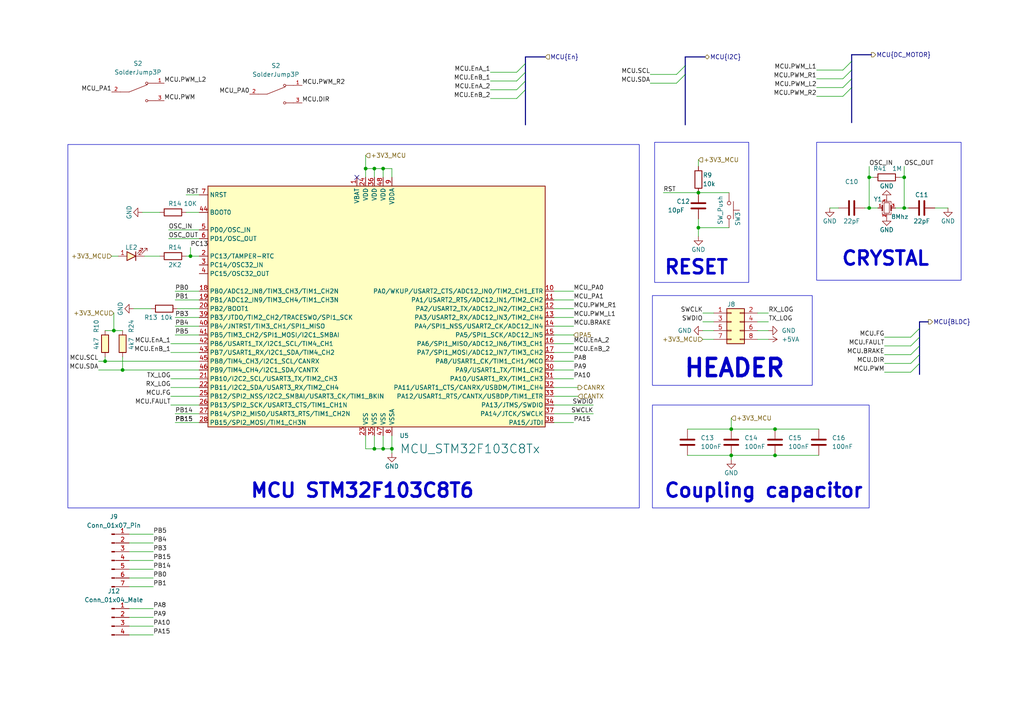
<source format=kicad_sch>
(kicad_sch (version 20230121) (generator eeschema)
  (paper "A4")
  (lib_symbols
    (symbol "Connector:Conn_01x07_Pin" (pin_names (offset 1.016) hide)
      (property "Reference" "J" (at 0 10.16 0))
      (property "Value" "Conn_01x07_Pin" (at 0 -10.16 0))
      (symbol "Conn_01x07_Pin_1_1"
        (polyline (pts (xy 1.27 -7.62) (xy 0.8636 -7.62)) (stroke (width 0.1524)))
        (polyline (pts (xy 1.27 -5.08) (xy 0.8636 -5.08)) (stroke (width 0.1524)))
        (polyline (pts (xy 1.27 -2.54) (xy 0.8636 -2.54)) (stroke (width 0.1524)))
        (polyline (pts (xy 1.27 0) (xy 0.8636 0)) (stroke (width 0.1524)))
        (polyline (pts (xy 1.27 2.54) (xy 0.8636 2.54)) (stroke (width 0.1524)))
        (polyline (pts (xy 1.27 5.08) (xy 0.8636 5.08)) (stroke (width 0.1524)))
        (polyline (pts (xy 1.27 7.62) (xy 0.8636 7.62)) (stroke (width 0.1524)))
        (rectangle (start 0.8636 -7.493) (end 0 -7.747) (stroke (width 0.1524)) (fill (type outline)))
        (rectangle (start 0.8636 -4.953) (end 0 -5.207) (stroke (width 0.1524)) (fill (type outline)))
        (rectangle (start 0.8636 -2.413) (end 0 -2.667) (stroke (width 0.1524)) (fill (type outline)))
        (rectangle (start 0.8636 0.127) (end 0 -0.127) (stroke (width 0.1524)) (fill (type outline)))
        (rectangle (start 0.8636 2.667) (end 0 2.413) (stroke (width 0.1524)) (fill (type outline)))
        (rectangle (start 0.8636 5.207) (end 0 4.953) (stroke (width 0.1524)) (fill (type outline)))
        (rectangle (start 0.8636 7.747) (end 0 7.493) (stroke (width 0.1524)) (fill (type outline)))
        (pin passive line (at 5.08 7.62 180) (length 3.81) (name "Pin_1") (number "1"))
        (pin passive line (at 5.08 5.08 180) (length 3.81) (name "Pin_2") (number "2"))
        (pin passive line (at 5.08 2.54 180) (length 3.81) (name "Pin_3") (number "3"))
        (pin passive line (at 5.08 0 180) (length 3.81) (name "Pin_4") (number "4"))
        (pin passive line (at 5.08 -2.54 180) (length 3.81) (name "Pin_5") (number "5"))
        (pin passive line (at 5.08 -5.08 180) (length 3.81) (name "Pin_6") (number "6"))
        (pin passive line (at 5.08 -7.62 180) (length 3.81) (name "Pin_7") (number "7"))
      )
    )
    (symbol "Connector_Generic:Conn_02x04_Odd_Even" (pin_names (offset 1.016) hide)
      (property "Reference" "J" (at 1.27 5.08 0))
      (property "Value" "Conn_02x04_Odd_Even" (at 1.27 -7.62 0))
      (symbol "Conn_02x04_Odd_Even_1_1"
        (rectangle (start -1.27 -4.953) (end 0 -5.207) (stroke (width 0.1524)))
        (rectangle (start -1.27 -2.413) (end 0 -2.667) (stroke (width 0.1524)))
        (rectangle (start -1.27 0.127) (end 0 -0.127) (stroke (width 0.1524)))
        (rectangle (start -1.27 2.667) (end 0 2.413) (stroke (width 0.1524)))
        (rectangle (start -1.27 3.81) (end 3.81 -6.35) (stroke (width 0.254)) (fill (type background)))
        (rectangle (start 3.81 -4.953) (end 2.54 -5.207) (stroke (width 0.1524)))
        (rectangle (start 3.81 -2.413) (end 2.54 -2.667) (stroke (width 0.1524)))
        (rectangle (start 3.81 0.127) (end 2.54 -0.127) (stroke (width 0.1524)))
        (rectangle (start 3.81 2.667) (end 2.54 2.413) (stroke (width 0.1524)))
        (pin passive line (at -5.08 2.54 0) (length 3.81) (name "Pin_1") (number "1"))
        (pin passive line (at 7.62 2.54 180) (length 3.81) (name "Pin_2") (number "2"))
        (pin passive line (at -5.08 0 0) (length 3.81) (name "Pin_3") (number "3"))
        (pin passive line (at 7.62 0 180) (length 3.81) (name "Pin_4") (number "4"))
        (pin passive line (at -5.08 -2.54 0) (length 3.81) (name "Pin_5") (number "5"))
        (pin passive line (at 7.62 -2.54 180) (length 3.81) (name "Pin_6") (number "6"))
        (pin passive line (at -5.08 -5.08 0) (length 3.81) (name "Pin_7") (number "7"))
        (pin passive line (at 7.62 -5.08 180) (length 3.81) (name "Pin_8") (number "8"))
      )
    )
    (symbol "Device:Crystal_GND24_Small" (pin_names (offset 1.016) hide)
      (property "Reference" "Y" (at 1.27 4.445 0))
      (property "Value" "Crystal_GND24_Small" (at 1.27 2.54 0))
      (symbol "Crystal_GND24_Small_0_1"
        (rectangle (start -0.762 -1.524) (end 0.762 1.524))
        (polyline (pts (xy -1.27 -0.762) (xy -1.27 0.762)) (stroke (width 0.381)))
        (polyline (pts (xy 1.27 -0.762) (xy 1.27 0.762)) (stroke (width 0.381)))
        (polyline (pts (xy -1.27 -1.27) (xy -1.27 -1.905) (xy 1.27 -1.905) (xy 1.27 -1.27)))
        (polyline (pts (xy -1.27 1.27) (xy -1.27 1.905) (xy 1.27 1.905) (xy 1.27 1.27)))
      )
      (symbol "Crystal_GND24_Small_1_1"
        (pin passive line (at -2.54 0 0) (length 1.27) (name "1") (number "1"))
        (pin passive line (at 0 -2.54 90) (length 0.635) (name "2") (number "2"))
        (pin passive line (at 2.54 0 180) (length 1.27) (name "3") (number "3"))
        (pin passive line (at 0 2.54 270) (length 0.635) (name "4") (number "4"))
      )
    )
    (symbol "GND_2" (power) (pin_names (offset 0))
      (property "Value" "GND_2" (at 0 -3.81 0))
      (symbol "GND_2_0_1"
        (polyline (pts (xy 0 0) (xy 0 -1.27) (xy 1.27 -1.27) (xy 0 -2.54) (xy -1.27 -1.27) (xy 0 -1.27)))
      )
      (symbol "GND_2_1_1"
        (pin power_in line (at 0 0 270) (length 0) hide (name "GND") (number "1"))
      )
    )
    (symbol "IVS_SYMBOLS:Conn_01x04_Male" (pin_names (offset 1.016) hide)
      (property "Reference" "J" (at 0 5.08 0))
      (property "Value" "Conn_01x04_Male" (at 0 -7.62 0))
      (symbol "Conn_01x04_Male_1_1"
        (polyline (pts (xy 1.27 -5.08) (xy 0.8636 -5.08)) (stroke (width 0.1524)))
        (polyline (pts (xy 1.27 -2.54) (xy 0.8636 -2.54)) (stroke (width 0.1524)))
        (polyline (pts (xy 1.27 0) (xy 0.8636 0)) (stroke (width 0.1524)))
        (polyline (pts (xy 1.27 2.54) (xy 0.8636 2.54)) (stroke (width 0.1524)))
        (rectangle (start 0.8636 -4.953) (end 0 -5.207) (stroke (width 0.1524)) (fill (type outline)))
        (rectangle (start 0.8636 -2.413) (end 0 -2.667) (stroke (width 0.1524)) (fill (type outline)))
        (rectangle (start 0.8636 0.127) (end 0 -0.127) (stroke (width 0.1524)) (fill (type outline)))
        (rectangle (start 0.8636 2.667) (end 0 2.413) (stroke (width 0.1524)) (fill (type outline)))
        (pin passive line (at 5.08 2.54 180) (length 3.81) (name "Pin_1") (number "1"))
        (pin passive line (at 5.08 0 180) (length 3.81) (name "Pin_2") (number "2"))
        (pin passive line (at 5.08 -2.54 180) (length 3.81) (name "Pin_3") (number "3"))
        (pin passive line (at 5.08 -5.08 180) (length 3.81) (name "Pin_4") (number "4"))
      )
    )
    (symbol "IVS_SYMBOLS:EG1206" (pin_names (offset 1.016))
      (property "Reference" "S" (at -2.54 5.08 0))
      (property "Value" "EG1206" (at -2.54 -5.08 0))
      (symbol "EG1206_0_0"
        (polyline (pts (xy -2.54 0) (xy -5.08 0)) (stroke (width 0.1524)))
        (polyline (pts (xy -2.54 0) (xy 2.794 2.1336)) (stroke (width 0.1524)))
        (polyline (pts (xy 5.08 -2.54) (xy 2.921 -2.54)) (stroke (width 0.1524)))
        (polyline (pts (xy 5.08 2.54) (xy 2.921 2.54)) (stroke (width 0.1524)))
        (circle (center 2.54 -2.54) (radius 0.3302) (stroke (width 0.1524)))
        (circle (center 2.54 2.54) (radius 0.3302) (stroke (width 0.1524)))
        (pin passive line (at 7.62 2.54 180) (length 2.54) (name "~") (number "1"))
        (pin passive line (at -7.62 0 0) (length 2.54) (name "~") (number "2"))
        (pin passive line (at 7.62 -2.54 180) (length 2.54) (name "~") (number "3"))
      )
    )
    (symbol "IVS_SYMBOLS:Led"
      (property "Reference" "LE" (at 0.508 -2.794 0))
      (property "Value" "Led" (at -0.254 2.794 0))
      (symbol "Led_0_1"
        (polyline (pts (xy 0 -1.27) (xy 0 1.27)) (stroke (width 0.254)))
        (polyline (pts (xy 2.54 -1.27) (xy 2.54 1.27) (xy 0 0) (xy 2.54 -1.27)) (stroke (width 0.254)) (fill (type background)))
        (polyline (pts (xy -1.778 -0.762) (xy -3.302 -2.286) (xy -2.54 -2.286) (xy -3.302 -2.286) (xy -3.302 -1.524)))
        (polyline (pts (xy -0.508 -0.762) (xy -2.032 -2.286) (xy -1.27 -2.286) (xy -2.032 -2.286) (xy -2.032 -1.524)))
      )
      (symbol "Led_1_1"
        (pin passive line (at 5.08 0 180) (length 2.54) (name "") (number "1"))
        (pin passive line (at -2.54 0 0) (length 2.54) (name "") (number "2"))
      )
    )
    (symbol "IVS_SYMBOLS:MCU_STM32F103C8Tx"
      (property "Reference" "U" (at -48.26 39.37 0))
      (property "Value" "MCU_STM32F103C8Tx" (at 25.4 40.64 0))
      (symbol "MCU_STM32F103C8Tx_0_1"
        (rectangle (start -48.26 38.1) (end 49.53 -31.75) (stroke (width 0.254)) (fill (type background)))
      )
      (symbol "MCU_STM32F103C8Tx_1_1"
        (pin power_in line (at -5.08 40.64 270) (length 2.54) (name "VBAT") (number "1"))
        (pin bidirectional line (at 52.07 7.62 180) (length 2.54) (name "PA0/WKUP/USART2_CTS/ADC12_IN0/TIM2_CH1_ETR") (number "10"))
        (pin bidirectional line (at 52.07 5.08 180) (length 2.54) (name "PA1/USART2_RTS/ADC12_IN1/TIM2_CH2") (number "11"))
        (pin bidirectional line (at 52.07 2.54 180) (length 2.54) (name "PA2/USART2_TX/ADC12_IN2/TIM2_CH3") (number "12"))
        (pin bidirectional line (at 52.07 0 180) (length 2.54) (name "PA3/USART2_RX/ADC12_IN3/TIM2_CH4") (number "13"))
        (pin bidirectional line (at 52.07 -2.54 180) (length 2.54) (name "PA4/SPI1_NSS/USART2_CK/ADC12_IN4") (number "14"))
        (pin bidirectional line (at 52.07 -5.08 180) (length 2.54) (name "PA5/SPI1_SCK/ADC12_IN5") (number "15"))
        (pin bidirectional line (at 52.07 -7.62 180) (length 2.54) (name "PA6/SPI1_MISO/ADC12_IN6/TIM3_CH1") (number "16"))
        (pin bidirectional line (at 52.07 -10.16 180) (length 2.54) (name "PA7/SPI1_MOSI/ADC12_IN7/TIM3_CH2") (number "17"))
        (pin bidirectional line (at -50.8 7.62 0) (length 2.54) (name "PB0/ADC12_IN8/TIM3_CH3/TIM1_CH2N") (number "18"))
        (pin bidirectional line (at -50.8 5.08 0) (length 2.54) (name "PB1/ADC12_IN9/TIM3_CH4/TIM1_CH3N") (number "19"))
        (pin bidirectional line (at -50.8 17.78 0) (length 2.54) (name "PC13/TAMPER-RTC") (number "2"))
        (pin bidirectional line (at -50.8 2.54 0) (length 2.54) (name "PB2/BOOT1") (number "20"))
        (pin bidirectional line (at -50.8 -17.78 0) (length 2.54) (name "PB10/I2C2_SCL/USART3_TX/TIM2_CH3") (number "21"))
        (pin bidirectional line (at -50.8 -20.32 0) (length 2.54) (name "PB11/I2C2_SDA/USART3_RX/TIM2_CH4") (number "22"))
        (pin power_in line (at -2.54 -34.29 90) (length 2.54) (name "VSS") (number "23"))
        (pin power_in line (at -2.54 40.64 270) (length 2.54) (name "VDD") (number "24"))
        (pin bidirectional line (at -50.8 -22.86 0) (length 2.54) (name "PB12/SPI2_NSS/I2C2_SMBAI/USART3_CK/TIM1_BKIN") (number "25"))
        (pin bidirectional line (at -50.8 -25.4 0) (length 2.54) (name "PB13/SPI2_SCK/USART3_CTS/TIM1_CH1N") (number "26"))
        (pin bidirectional line (at -50.8 -27.94 0) (length 2.54) (name "PB14/SPI2_MISO/USART3_RTS/TIM1_CH2N") (number "27"))
        (pin bidirectional line (at -50.8 -30.48 0) (length 2.54) (name "PB15/SPI2_MOSI/TIM1_CH3N") (number "28"))
        (pin bidirectional line (at 52.07 -12.7 180) (length 2.54) (name "PA8/USART1_CK/TIM1_CH1/MCO") (number "29"))
        (pin bidirectional line (at -50.8 15.24 0) (length 2.54) (name "PC14/OSC32_IN") (number "3"))
        (pin bidirectional line (at 52.07 -15.24 180) (length 2.54) (name "PA9/USART1_TX/TIM1_CH2") (number "30"))
        (pin bidirectional line (at 52.07 -17.78 180) (length 2.54) (name "PA10/USART1_RX/TIM1_CH3") (number "31"))
        (pin bidirectional line (at 52.07 -20.32 180) (length 2.54) (name "PA11/USART1_CTS/CANRX/USBDM/TIM1_CH4") (number "32"))
        (pin bidirectional line (at 52.07 -22.86 180) (length 2.54) (name "PA12/USART1_RTS/CANTX/USBDP/TIM1_ETR") (number "33"))
        (pin bidirectional line (at 52.07 -25.4 180) (length 2.54) (name "PA13/JTMS/SWDIO") (number "34"))
        (pin power_in line (at 0 -34.29 90) (length 2.54) (name "VSS") (number "35"))
        (pin power_in line (at 0 40.64 270) (length 2.54) (name "VDD") (number "36"))
        (pin bidirectional line (at 52.07 -27.94 180) (length 2.54) (name "PA14/JTCK/SWCLK") (number "37"))
        (pin bidirectional line (at 52.07 -30.48 180) (length 2.54) (name "PA15/JTDI") (number "38"))
        (pin bidirectional line (at -50.8 0 0) (length 2.54) (name "PB3/JTDO/TIM2_CH2/TRACESWO/SPI1_SCK") (number "39"))
        (pin bidirectional line (at -50.8 12.7 0) (length 2.54) (name "PC15/OSC32_OUT") (number "4"))
        (pin bidirectional line (at -50.8 -2.54 0) (length 2.54) (name "PB4/JNTRST/TIM3_CH1/SPI1_MISO") (number "40"))
        (pin bidirectional line (at -50.8 -5.08 0) (length 2.54) (name "PB5/TIM3_CH2/SPI1_MOSI/I2C1_SMBAI") (number "41"))
        (pin bidirectional line (at -50.8 -7.62 0) (length 2.54) (name "PB6/USART1_TX/I2C1_SCL/TIM4_CH1") (number "42"))
        (pin bidirectional line (at -50.8 -10.16 0) (length 2.54) (name "PB7/USART1_RX/I2C1_SDA/TIM4_CH2") (number "43"))
        (pin input line (at -50.8 30.48 0) (length 2.54) (name "BOOT0") (number "44"))
        (pin bidirectional line (at -50.8 -12.7 0) (length 2.54) (name "PB8/TIM4_CH3/I2C1_SCL/CANRX") (number "45"))
        (pin bidirectional line (at -50.8 -15.24 0) (length 2.54) (name "PB9/TIM4_CH4/I2C1_SDA/CANTX") (number "46"))
        (pin power_in line (at 2.54 -34.29 90) (length 2.54) (name "VSS") (number "47"))
        (pin power_in line (at 2.54 40.64 270) (length 2.54) (name "VDD") (number "48"))
        (pin input line (at -50.8 25.4 0) (length 2.54) (name "PD0/OSC_IN") (number "5"))
        (pin input line (at -50.8 22.86 0) (length 2.54) (name "PD1/OSC_OUT") (number "6"))
        (pin input line (at -50.8 35.56 0) (length 2.54) (name "NRST") (number "7"))
        (pin power_in line (at 5.08 -34.29 90) (length 2.54) (name "VSSA") (number "8"))
        (pin power_in line (at 5.08 40.64 270) (length 2.54) (name "VDDA") (number "9"))
      )
    )
    (symbol "IVS_SYMBOLS:R" (pin_numbers hide) (pin_names (offset 0))
      (property "Reference" "R" (at 2.032 0 90))
      (property "Value" "R" (at 0 0 90))
      (symbol "R_1_1"
        (rectangle (start -1.016 2.54) (end 1.016 -2.54) (stroke (width 0.254)) (fill (type background)))
        (pin passive line (at 0 3.81 270) (length 1.27) (name "~") (number "1"))
        (pin passive line (at 0 -3.81 90) (length 1.27) (name "~") (number "2"))
      )
    )
    (symbol "Thu_vien_kicad:C" (pin_numbers hide) (pin_names (offset 0.254))
      (property "Reference" "C" (at 0.635 2.54 0))
      (property "Value" "C" (at 0.635 -2.54 0))
      (symbol "C_0_1"
        (polyline (pts (xy -2.032 -0.762) (xy 2.032 -0.762)) (stroke (width 0.508)))
        (polyline (pts (xy -2.032 0.762) (xy 2.032 0.762)) (stroke (width 0.508)))
      )
      (symbol "C_1_1"
        (pin passive line (at 0 3.81 270) (length 2.794) (name "~") (number "1"))
        (pin passive line (at 0 -3.81 90) (length 2.794) (name "~") (number "2"))
      )
    )
    (symbol "Thu_vien_kicad:R" (pin_numbers hide) (pin_names (offset 0))
      (property "Reference" "R" (at 2.032 0 90))
      (property "Value" "R" (at 0 0 90))
      (symbol "R_0_1"
        (rectangle (start -1.016 -2.54) (end 1.016 2.54) (stroke (width 0.254)))
      )
      (symbol "R_1_1"
        (pin passive line (at 0 3.81 270) (length 1.27) (name "~") (number "1"))
        (pin passive line (at 0 -3.81 90) (length 1.27) (name "~") (number "2"))
      )
    )
    (symbol "Thu_vien_kicad:SW_Push" (pin_numbers hide) (pin_names (offset 1.016) hide)
      (property "Reference" "SW" (at 1.27 2.54 0))
      (property "Value" "SW_Push" (at 0 -1.524 0))
      (symbol "SW_Push_0_1"
        (circle (center -2.032 0) (radius 0.508))
        (polyline (pts (xy 0 1.27) (xy 0 3.048)))
        (polyline (pts (xy 2.54 1.27) (xy -2.54 1.27)))
        (circle (center 2.032 0) (radius 0.508))
        (pin passive line (at -5.08 0 0) (length 2.54) (name "1") (number "1"))
        (pin passive line (at 5.08 0 180) (length 2.54) (name "2") (number "2"))
      )
    )
    (symbol "power:+5VA" (power) (pin_names (offset 0))
      (property "Value" "+5VA" (at 0 3.556 0))
      (symbol "+5VA_0_1"
        (polyline (pts (xy -0.762 1.27) (xy 0 2.54)))
        (polyline (pts (xy 0 0) (xy 0 2.54)))
        (polyline (pts (xy 0 2.54) (xy 0.762 1.27)))
      )
      (symbol "+5VA_1_1"
        (pin power_in line (at 0 0 90) (length 0) hide (name "+5VA") (number "1"))
      )
    )
    (symbol "power:GND" (power) (pin_names (offset 0))
      (property "Value" "GND" (at 0 -3.81 0))
      (symbol "GND_0_1"
        (polyline (pts (xy 0 0) (xy 0 -1.27) (xy 1.27 -1.27) (xy 0 -2.54) (xy -1.27 -1.27) (xy 0 -1.27)))
      )
      (symbol "GND_1_1"
        (pin power_in line (at 0 0 270) (length 0) hide (name "GND") (number "1"))
      )
    )
  )
  (bus_alias "SPI" (members "MISO" "MOSI" "SCK" "CS"))
  (bus_alias "En" (members "EnA_1" "EnB_1" "EnA_2" "EnB_2"))
  (bus_alias "CAN" (members "CANH" "CANL"))
  (bus_alias "DC_MOTOR" (members "PWM_L1" "PWM_R1" "PWM_L2" "PWM_R2"))
  (bus_alias "I2C" (members "SCL" "SDA"))
  (junction (at 212.09 124.46))
  (junction (at 33.02 95.885))
  (junction (at 55.245 74.295))
  (junction (at 108.585 130.175))
  (junction (at 224.79 132.08))
  (junction (at 262.255 60.325))
  (junction (at 111.125 48.895))
  (junction (at 113.665 130.175))
  (junction (at 108.585 48.895))
  (junction (at 111.125 130.175))
  (junction (at 212.09 132.08))
  (junction (at 35.56 107.315))
  (junction (at 224.79 124.46))
  (junction (at 106.045 48.895))
  (junction (at 202.565 66.04))
  (junction (at 252.095 51.435))
  (junction (at 262.255 51.435))
  (junction (at 30.48 104.775))
  (junction (at 202.565 55.88))
  (junction (at 252.095 60.325))
  (no_connect (at 103.505 51.435))
  (bus_entry (at 244.475 22.86) (size 2.54 -2.54))
  (bus_entry (at 244.475 20.32) (size 2.54 -2.54))
  (bus_entry (at 149.86 28.575) (size 2.54 -2.54))
  (bus_entry (at 196.215 21.59) (size 2.54 -2.54))
  (bus_entry (at 149.86 20.955) (size 2.54 -2.54))
  (bus_entry (at 264.16 100.33) (size 2.54 -2.54))
  (bus_entry (at 149.86 23.495) (size 2.54 -2.54))
  (bus_entry (at 264.16 102.87) (size 2.54 -2.54))
  (bus_entry (at 264.16 97.79) (size 2.54 -2.54))
  (bus_entry (at 196.215 24.13) (size 2.54 -2.54))
  (bus_entry (at 244.475 27.94) (size 2.54 -2.54))
  (bus_entry (at 244.475 25.4) (size 2.54 -2.54))
  (bus_entry (at 264.16 107.95) (size 2.54 -2.54))
  (bus_entry (at 264.16 105.41) (size 2.54 -2.54))
  (bus_entry (at 149.86 26.035) (size 2.54 -2.54))
  (wire (pts (xy 30.48 103.505) (xy 30.48 104.775)))
  (bus (pts (xy 152.4 20.955) (xy 152.4 23.495)))
  (wire (pts (xy 256.54 107.95) (xy 264.16 107.95)))
  (wire (pts (xy 203.835 90.805) (xy 207.01 90.805)))
  (wire (pts (xy 160.655 120.015) (xy 172.085 120.015)))
  (wire (pts (xy 160.655 112.395) (xy 167.64 112.395)))
  (wire (pts (xy 160.655 92.075) (xy 166.37 92.075)))
  (wire (pts (xy 252.095 60.325) (xy 254.635 60.325)))
  (wire (pts (xy 35.56 103.505) (xy 35.56 107.315)))
  (wire (pts (xy 202.565 55.88) (xy 211.455 55.88)))
  (bus (pts (xy 152.4 16.51) (xy 152.4 18.415)))
  (bus (pts (xy 266.7 95.25) (xy 266.7 97.79)))
  (wire (pts (xy 224.79 132.08) (xy 237.49 132.08)))
  (wire (pts (xy 160.655 86.995) (xy 166.37 86.995)))
  (bus (pts (xy 252.73 15.875) (xy 247.015 15.875)))
  (wire (pts (xy 37.465 162.56) (xy 44.45 162.56)))
  (wire (pts (xy 37.465 160.02) (xy 44.45 160.02)))
  (bus (pts (xy 247.015 22.86) (xy 247.015 25.4)))
  (wire (pts (xy 160.655 89.535) (xy 166.37 89.535)))
  (wire (pts (xy 106.045 45.085) (xy 106.045 48.895)))
  (wire (pts (xy 160.655 107.315) (xy 166.37 107.315)))
  (wire (pts (xy 50.8 122.555) (xy 57.785 122.555)))
  (wire (pts (xy 219.71 98.425) (xy 222.885 98.425)))
  (wire (pts (xy 202.565 66.04) (xy 211.455 66.04)))
  (bus (pts (xy 152.4 23.495) (xy 152.4 26.035)))
  (wire (pts (xy 37.465 184.15) (xy 44.45 184.15)))
  (wire (pts (xy 108.585 48.895) (xy 108.585 51.435)))
  (wire (pts (xy 160.655 84.455) (xy 166.37 84.455)))
  (wire (pts (xy 259.715 60.325) (xy 262.255 60.325)))
  (wire (pts (xy 160.655 114.935) (xy 167.64 114.935)))
  (wire (pts (xy 41.275 61.595) (xy 46.355 61.595)))
  (wire (pts (xy 212.09 121.285) (xy 212.09 124.46)))
  (bus (pts (xy 198.755 21.59) (xy 198.755 36.195)))
  (wire (pts (xy 55.245 74.295) (xy 57.785 74.295)))
  (wire (pts (xy 256.54 102.87) (xy 264.16 102.87)))
  (wire (pts (xy 35.56 107.315) (xy 57.785 107.315)))
  (wire (pts (xy 106.045 48.895) (xy 108.585 48.895)))
  (wire (pts (xy 250.825 60.325) (xy 252.095 60.325)))
  (wire (pts (xy 252.095 51.435) (xy 253.365 51.435)))
  (wire (pts (xy 160.655 117.475) (xy 172.085 117.475)))
  (wire (pts (xy 53.975 56.515) (xy 57.785 56.515)))
  (wire (pts (xy 113.665 130.175) (xy 113.665 131.445)))
  (wire (pts (xy 256.54 100.33) (xy 264.16 100.33)))
  (wire (pts (xy 236.855 22.86) (xy 244.475 22.86)))
  (wire (pts (xy 50.8 86.995) (xy 57.785 86.995)))
  (wire (pts (xy 219.71 93.345) (xy 222.885 93.345)))
  (wire (pts (xy 37.465 165.1) (xy 44.45 165.1)))
  (wire (pts (xy 236.855 20.32) (xy 244.475 20.32)))
  (wire (pts (xy 113.665 126.365) (xy 113.665 130.175)))
  (wire (pts (xy 50.8 97.155) (xy 57.785 97.155)))
  (wire (pts (xy 203.835 93.345) (xy 207.01 93.345)))
  (wire (pts (xy 160.655 102.235) (xy 166.37 102.235)))
  (wire (pts (xy 50.8 94.615) (xy 57.785 94.615)))
  (wire (pts (xy 224.79 124.46) (xy 237.49 124.46)))
  (wire (pts (xy 111.125 48.895) (xy 108.585 48.895)))
  (bus (pts (xy 247.015 20.32) (xy 247.015 22.86)))
  (wire (pts (xy 240.665 60.325) (xy 243.205 60.325)))
  (bus (pts (xy 266.7 93.345) (xy 269.24 93.345)))
  (bus (pts (xy 204.47 16.51) (xy 198.755 16.51)))
  (wire (pts (xy 252.095 48.26) (xy 252.095 51.435)))
  (wire (pts (xy 202.565 46.355) (xy 202.565 48.26)))
  (bus (pts (xy 198.755 16.51) (xy 198.755 19.05)))
  (wire (pts (xy 51.435 89.535) (xy 57.785 89.535)))
  (wire (pts (xy 256.54 105.41) (xy 264.16 105.41)))
  (wire (pts (xy 203.835 98.425) (xy 207.01 98.425)))
  (wire (pts (xy 50.8 84.455) (xy 57.785 84.455)))
  (wire (pts (xy 33.02 90.805) (xy 33.02 95.885)))
  (wire (pts (xy 34.29 74.295) (xy 32.385 74.295)))
  (wire (pts (xy 111.125 51.435) (xy 111.125 48.895)))
  (wire (pts (xy 30.48 104.775) (xy 57.785 104.775)))
  (bus (pts (xy 247.015 25.4) (xy 247.015 35.56)))
  (wire (pts (xy 260.985 51.435) (xy 262.255 51.435)))
  (wire (pts (xy 202.565 66.04) (xy 202.565 63.5)))
  (wire (pts (xy 160.655 99.695) (xy 166.37 99.695)))
  (wire (pts (xy 212.09 132.08) (xy 212.09 133.35)))
  (wire (pts (xy 111.125 126.365) (xy 111.125 130.175)))
  (wire (pts (xy 37.465 170.18) (xy 44.45 170.18)))
  (wire (pts (xy 50.8 92.075) (xy 57.785 92.075)))
  (bus (pts (xy 152.4 26.035) (xy 152.4 36.195)))
  (wire (pts (xy 108.585 126.365) (xy 108.585 130.175)))
  (wire (pts (xy 49.53 99.695) (xy 57.785 99.695)))
  (wire (pts (xy 113.665 51.435) (xy 113.665 48.895)))
  (wire (pts (xy 28.575 104.775) (xy 30.48 104.775)))
  (bus (pts (xy 266.7 105.41) (xy 266.7 108.585)))
  (wire (pts (xy 142.24 20.955) (xy 149.86 20.955)))
  (wire (pts (xy 37.465 176.53) (xy 44.45 176.53)))
  (wire (pts (xy 53.975 61.595) (xy 57.785 61.595)))
  (bus (pts (xy 266.7 97.79) (xy 266.7 100.33)))
  (wire (pts (xy 160.655 109.855) (xy 166.37 109.855)))
  (wire (pts (xy 256.54 97.79) (xy 264.16 97.79)))
  (wire (pts (xy 199.39 124.46) (xy 212.09 124.46)))
  (bus (pts (xy 158.115 16.51) (xy 152.4 16.51)))
  (wire (pts (xy 142.24 26.035) (xy 149.86 26.035)))
  (wire (pts (xy 30.48 95.885) (xy 33.02 95.885)))
  (wire (pts (xy 49.53 112.395) (xy 57.785 112.395)))
  (wire (pts (xy 212.09 124.46) (xy 224.79 124.46)))
  (wire (pts (xy 33.02 95.885) (xy 35.56 95.885)))
  (wire (pts (xy 212.09 132.08) (xy 224.79 132.08)))
  (wire (pts (xy 48.895 66.675) (xy 57.785 66.675)))
  (wire (pts (xy 160.655 94.615) (xy 166.37 94.615)))
  (wire (pts (xy 55.245 71.755) (xy 55.245 74.295)))
  (wire (pts (xy 236.855 27.94) (xy 244.475 27.94)))
  (wire (pts (xy 38.735 89.535) (xy 43.815 89.535)))
  (wire (pts (xy 37.465 157.48) (xy 44.45 157.48)))
  (wire (pts (xy 37.465 167.64) (xy 44.45 167.64)))
  (wire (pts (xy 28.575 107.315) (xy 35.56 107.315)))
  (wire (pts (xy 262.255 60.325) (xy 263.525 60.325)))
  (wire (pts (xy 192.405 55.88) (xy 202.565 55.88)))
  (bus (pts (xy 247.015 15.875) (xy 247.015 17.78)))
  (wire (pts (xy 262.255 51.435) (xy 262.255 60.325)))
  (wire (pts (xy 142.24 23.495) (xy 149.86 23.495)))
  (wire (pts (xy 106.045 126.365) (xy 106.045 130.175)))
  (wire (pts (xy 49.53 102.235) (xy 57.785 102.235)))
  (wire (pts (xy 49.53 114.935) (xy 57.785 114.935)))
  (wire (pts (xy 37.465 154.94) (xy 44.45 154.94)))
  (wire (pts (xy 203.835 95.885) (xy 207.01 95.885)))
  (wire (pts (xy 49.53 109.855) (xy 57.785 109.855)))
  (wire (pts (xy 219.71 90.805) (xy 222.885 90.805)))
  (wire (pts (xy 37.465 181.61) (xy 44.45 181.61)))
  (wire (pts (xy 202.565 68.58) (xy 202.565 66.04)))
  (wire (pts (xy 53.975 74.295) (xy 55.245 74.295)))
  (bus (pts (xy 152.4 18.415) (xy 152.4 20.955)))
  (wire (pts (xy 106.045 48.895) (xy 106.045 51.435)))
  (wire (pts (xy 111.125 130.175) (xy 113.665 130.175)))
  (wire (pts (xy 41.91 74.295) (xy 46.355 74.295)))
  (wire (pts (xy 188.595 24.13) (xy 196.215 24.13)))
  (wire (pts (xy 271.145 60.325) (xy 274.955 60.325)))
  (wire (pts (xy 50.8 120.015) (xy 57.785 120.015)))
  (wire (pts (xy 113.665 48.895) (xy 111.125 48.895)))
  (bus (pts (xy 198.755 19.05) (xy 198.755 21.59)))
  (wire (pts (xy 219.71 95.885) (xy 222.885 95.885)))
  (wire (pts (xy 142.24 28.575) (xy 149.86 28.575)))
  (wire (pts (xy 49.53 117.475) (xy 57.785 117.475)))
  (bus (pts (xy 266.7 102.87) (xy 266.7 105.41)))
  (bus (pts (xy 266.7 93.345) (xy 266.7 95.25)))
  (bus (pts (xy 266.7 100.33) (xy 266.7 102.87)))
  (wire (pts (xy 236.855 25.4) (xy 244.475 25.4)))
  (wire (pts (xy 160.655 122.555) (xy 166.37 122.555)))
  (wire (pts (xy 262.255 48.26) (xy 262.255 51.435)))
  (wire (pts (xy 48.895 69.215) (xy 57.785 69.215)))
  (wire (pts (xy 252.095 51.435) (xy 252.095 60.325)))
  (wire (pts (xy 160.655 104.775) (xy 166.37 104.775)))
  (wire (pts (xy 188.595 21.59) (xy 196.215 21.59)))
  (bus (pts (xy 247.015 17.78) (xy 247.015 20.32)))
  (wire (pts (xy 106.045 130.175) (xy 108.585 130.175)))
  (wire (pts (xy 166.37 97.155) (xy 160.655 97.155)))
  (wire (pts (xy 37.465 179.07) (xy 44.45 179.07)))
  (wire (pts (xy 199.39 132.08) (xy 212.09 132.08)))
  (wire (pts (xy 108.585 130.175) (xy 111.125 130.175)))
  (rectangle (start 189.23 117.475) (end 252.095 147.32))
  (rectangle (start 19.685 41.91) (end 185.42 147.32))
  (rectangle (start 189.865 41.275) (end 217.17 81.915))
  (rectangle (start 236.855 41.275) (end 278.765 81.28))
  (rectangle (start 189.23 85.725) (end 235.585 111.76))
  (text "HEADER" (at 198.12 109.855 0) (effects (font (size 5 5) (thickness 1) bold) (justify left bottom)))
  (text "RESET\n" (at 192.405 80.01 0) (effects (font (size 4 4) (thickness 0.8) bold) (justify left bottom)))
  (text "MCU STM32F103C8T6" (at 72.39 144.78 0) (effects (font (size 4 4) (thickness 0.8) bold) (justify left bottom)))
  (text "CRYSTAL\n" (at 243.84 77.47 0) (effects (font (size 4 4) (thickness 0.8) bold) (justify left bottom)))
  (text "Coupling capacitor" (at 192.405 144.78 0) (effects (font (size 4 4) (thickness 0.8) bold) (justify left bottom)))
  (label "PA8" (at 44.45 176.53 0))
  (label "PA10" (at 44.45 181.61 0))
  (label "PB5" (at 44.45 154.94 0))
  (label "PB5" (at 50.8 97.155 0))
  (label "PB15" (at 50.8 122.555 0))
  (label "PA9" (at 166.37 107.315 0))
  (label "MCU.PWM_R2" (at 236.855 27.94 180))
  (label "PB1" (at 50.8 86.995 0))
  (label "MCU.SCL" (at 188.595 21.59 180))
  (label "PA15" (at 166.37 122.555 0))
  (label "PB0" (at 50.8 84.455 0))
  (label "MCU.PWM_R1" (at 236.855 22.86 180))
  (label "PB3" (at 50.8 92.075 0))
  (label "PB0" (at 44.45 167.64 0))
  (label "MCU.FG" (at 256.54 97.79 180))
  (label "MCU.BRAKE" (at 256.54 102.87 180))
  (label "MCU.EnA_2" (at 166.37 99.695 0))
  (label "TX_LOG" (at 49.53 109.855 180))
  (label "PB3" (at 44.45 160.02 0))
  (label "MCU.EnB_2" (at 142.24 28.575 180))
  (label "MCU.PWM_L1" (at 236.855 20.32 180))
  (label "PA10" (at 166.37 109.855 0))
  (label "PA9" (at 44.45 179.07 0))
  (label "MCU.PWM_R1" (at 166.37 89.535 0))
  (label "PB4" (at 44.45 157.48 0))
  (label "MCU.DIR" (at 87.63 29.845 0))
  (label "MCU_PA0" (at 72.39 27.305 180))
  (label "MCU.SDA" (at 188.595 24.13 180))
  (label "PA8" (at 166.37 104.775 0))
  (label "SWDIO" (at 203.835 93.345 180))
  (label "SWCLK" (at 172.085 120.015 180))
  (label "MCU.EnB_2" (at 166.37 102.235 0))
  (label "MCU.EnA_1" (at 142.24 20.955 180))
  (label "MCU.FAULT" (at 256.54 100.33 180))
  (label "PB4" (at 50.8 94.615 0))
  (label "TX_LOG" (at 222.885 93.345 0))
  (label "PB15" (at 50.8 122.555 0))
  (label "MCU.SDA" (at 28.575 107.315 180))
  (label "MCU.EnB_1" (at 49.53 102.235 180))
  (label "PB14" (at 50.8 120.015 0))
  (label "MCU.PWM_L2" (at 47.625 24.13 0))
  (label "PB14" (at 44.45 165.1 0))
  (label "MCU.EnA_1" (at 49.53 99.695 180))
  (label "MCU.PWM_L1" (at 166.37 92.075 0))
  (label "MCU.FAULT" (at 49.53 117.475 180))
  (label "MCU.EnB_1" (at 142.24 23.495 180))
  (label "MCU_PA1" (at 166.37 86.995 0))
  (label "MCU_PA0" (at 166.37 84.455 0))
  (label "MCU.FG" (at 49.53 114.935 180))
  (label "OSC_IN" (at 48.895 66.675 0))
  (label "PB15" (at 44.45 162.56 0))
  (label "MCU.BRAKE" (at 166.37 94.615 0))
  (label "MCU.PWM" (at 47.625 29.21 0))
  (label "RX_LOG" (at 222.885 90.805 0))
  (label "PB1" (at 44.45 170.18 0))
  (label "RST" (at 53.975 56.515 0))
  (label "RST" (at 192.405 55.88 0))
  (label "SWDIO" (at 172.085 117.475 180))
  (label "MCU.PWM" (at 256.54 107.95 180))
  (label "MCU.PWM_R2" (at 87.63 24.765 0))
  (label "OSC_OUT" (at 48.895 69.215 0))
  (label "PA15" (at 44.45 184.15 0))
  (label "MCU_PA1" (at 32.385 26.67 180))
  (label "OSC_OUT" (at 262.255 48.26 0))
  (label "SWCLK" (at 203.835 90.805 180))
  (label "MCU.SCL" (at 28.575 104.775 180))
  (label "MCU.PWM_L2" (at 236.855 25.4 180))
  (label "PC13" (at 55.245 71.755 0))
  (label "OSC_IN" (at 252.095 48.26 0))
  (label "RX_LOG" (at 49.53 112.395 180))
  (label "MCU.DIR" (at 256.54 105.41 180))
  (label "MCU.EnA_2" (at 142.24 26.035 180))
  (hierarchical_label "+3V3_MCU" (shape input) (at 212.09 121.285 0))
  (hierarchical_label "+3V3_MCU" (shape input) (at 203.835 98.425 180))
  (hierarchical_label "CANTX" (shape input) (at 167.64 114.935 0))
  (hierarchical_label "MCU{BLDC}" (shape output) (at 269.24 93.345 0))
  (hierarchical_label "MCU{DC_MOTOR}" (shape output) (at 252.73 15.875 0))
  (hierarchical_label "+3V3_MCU" (shape input) (at 106.045 45.085 0))
  (hierarchical_label "PA5" (shape input) (at 166.37 97.155 0))
  (hierarchical_label "+3V3_MCU" (shape input) (at 202.565 46.355 0))
  (hierarchical_label "MCU{I2C}" (shape bidirectional) (at 204.47 16.51 0))
  (hierarchical_label "+3V3_MCU" (shape input) (at 32.385 74.295 180))
  (hierarchical_label "CANRX" (shape output) (at 167.64 112.395 0))
  (hierarchical_label "MCU{En}" (shape input) (at 158.115 16.51 0))
  (hierarchical_label "+3V3_MCU" (shape input) (at 33.02 90.805 180))
  (symbol (lib_id "Thu_vien_kicad:R") (at 47.625 89.535 90) (unit 1)
    (property "Reference" "R13" (at 45.72 92.075 90) (effects (justify left)))
    (property "Value" "10k" (at 50.165 92.075 90) (effects (justify left)))
    (property "Footprint" "IVS_FOOTPRINTS:R_0603" (effects hide))
    (instances (project "dongtam" (path "" (reference "R13") (unit 1))) (project "STM32F103C8T6" (path "" (reference "R13") (unit 1))) (project "DriverMotor" (path "" (reference "R4") (unit 1)) (path "" (reference "R2") (unit 1))))
  )
  (symbol (lib_id "power:GND") (at 212.09 133.35 0) (unit 1)
    (property "Reference" "#PWR027" (effects hide))
    (property "Value" "GND" (at 212.09 137.16 0))
    (instances (project "dongtam" (path "" (reference "#PWR027") (unit 1))) (project "STM32F103C8T6" (path "" (reference "#PWR027") (unit 1))) (project "DriverMotor" (path "" (reference "#PWR07") (unit 1)) (path "" (reference "#PWR011") (unit 1))))
  )
  (symbol (lib_id "Device:Crystal_GND24_Small") (at 257.175 60.325 0) (unit 1)
    (property "Reference" "Y1" (at 253.365 57.785 0) (effects (justify left)))
    (property "Value" "8Mhz" (at 258.445 62.865 0) (effects (justify left)))
    (property "Footprint" "IVS_FOOTPRINTS:Crystal-SMD-4P-3.2x2.6mm-3225" (effects hide))
  )
  (symbol (lib_id "IVS_SYMBOLS:EG1206") (at 40.005 26.67 0) (unit 1) (in_bom no)
    (property "Reference" "S2" (at 40.005 18.415 0))
    (property "Value" "SolderJump3P" (at 40.005 20.955 0))
    (property "Footprint" "Jumper:SolderJumper-3_P1.3mm_Open_RoundedPad1.0x1.5mm_NumberLabels" (effects hide))
    (property "PARTREV" "B" (effects hide))
    (property "STANDARD" "Manufacturer Recommendations" (effects hide))
    (property "SNAPEDA_PN" "EG1206" (effects hide))
    (property "MAXIMUM_PACKAGE_HEIGHT" "6 mm" (effects hide))
    (property "MANUFACTURER" "E-Switch" (effects hide))
    (instances (project "DriverMotor" (path "" (reference "S2") (unit 1)) (path "" (reference "S3") (unit 1))))
  )
  (symbol (lib_id "power:GND") (at 41.275 61.595 270) (unit 1)
    (property "Reference" "#PWR023" (effects hide))
    (property "Value" "GND" (at 37.465 61.595 0))
    (instances (project "dongtam" (path "" (reference "#PWR023") (unit 1))) (project "STM32F103C8T6" (path "" (reference "#PWR023") (unit 1))) (project "DriverMotor" (path "" (reference "#PWR010") (unit 1)) (path "" (reference "#PWR054") (unit 1))))
  )
  (symbol (lib_name "GND_2") (lib_id "power:GND") (at 203.835 95.885 270) (unit 1)
    (property "Reference" "#PWR016" (effects hide))
    (property "Value" "GND" (at 200.66 95.885 90) (effects (justify right)))
    (instances (project "DriverMotor" (path "" (reference "#PWR016") (unit 1)) (path "" (reference "#PWR014") (unit 1))))
  )
  (symbol (lib_id "Thu_vien_kicad:C") (at 202.565 59.69 180) (unit 1)
    (property "Reference" "C12" (at 196.215 58.42 0) (effects (justify right)))
    (property "Value" "10pF" (at 193.675 60.96 0) (effects (justify right)))
    (property "Footprint" "IVS_FOOTPRINTS:C_0603" (effects hide))
    (instances (project "dongtam" (path "" (reference "C12") (unit 1))) (project "STM32F103C8T6" (path "" (reference "C12") (unit 1))) (project "DriverMotor" (path "" (reference "C7") (unit 1)) (path "" (reference "C1") (unit 1))))
  )
  (symbol (lib_id "Thu_vien_kicad:C") (at 199.39 128.27 0) (unit 1)
    (property "Reference" "C13" (at 203.2 126.9999 0) (effects (justify left)))
    (property "Value" "100nF" (at 203.2 129.5399 0) (effects (justify left)))
    (property "Footprint" "IVS_FOOTPRINTS:C_0603" (effects hide))
    (instances (project "dongtam" (path "" (reference "C13") (unit 1))) (project "STM32F103C8T6" (path "" (reference "C13") (unit 1))) (project "DriverMotor" (path "" (reference "C3") (unit 1)) (path "" (reference "C2") (unit 1))))
  )
  (symbol (lib_id "IVS_SYMBOLS:Conn_01x04_Male") (at 32.385 179.07 0) (unit 1)
    (property "Reference" "J12" (at 33.02 171.45 0))
    (property "Value" "Conn_01x04_Male" (at 33.02 173.99 0))
    (property "Footprint" "IVS_FOOTPRINTS:Conn-Horz-SMD-4P-2.54mm-PinHeader" (effects hide))
  )
  (symbol (lib_id "IVS_SYMBOLS:R") (at 30.48 99.695 0) (unit 1)
    (property "Reference" "R10" (at 27.94 94.615 90))
    (property "Value" "4k7" (at 27.94 99.695 90))
    (property "Footprint" "IVS_FOOTPRINTS:R_0603" (effects hide))
    (instances (project "DriverMotor" (path "" (reference "R10") (unit 1))) (project "DO_AN_DKTD" (path "" (reference "R26") (unit 1))))
  )
  (symbol (lib_id "Thu_vien_kicad:C") (at 247.015 60.325 90) (unit 1)
    (property "Reference" "C10" (at 247.015 52.705 90))
    (property "Value" "22pF" (at 247.015 64.135 90))
    (property "Footprint" "IVS_FOOTPRINTS:C_0603" (effects hide))
    (instances (project "dongtam" (path "" (reference "C10") (unit 1))) (project "STM32F103C8T6" (path "" (reference "C10") (unit 1))) (project "DriverMotor" (path "" (reference "C1") (unit 1)) (path "" (reference "C3") (unit 1))))
  )
  (symbol (lib_id "IVS_SYMBOLS:MCU_STM32F103C8Tx") (at 108.585 92.075 0) (unit 1)
    (property "Reference" "U5" (at 115.8591 126.365 0) (effects (justify left)))
    (property "Value" "MCU_STM32F103C8Tx" (at 115.8591 130.175 0) (effects (font (size 2.54 2.54)) (justify left)))
    (property "Footprint" "IVS_FOOTPRINTS:Package-IC-LQFP-48P-7x7mm-P0.5mm" (effects hide))
    (property "Datasheet" "http://www.st.com/st-web-ui/static/active/en/resource/technical/document/datasheet/CD00161566.pdf" (effects hide))
    (property "Thegioiic_Buylink" "https://www.thegioiic.com/stm32f103c8t6" (effects hide))
    (property "ICDAYROI_Buylink" "https://icdayroi.com/stm32f103c8t6" (effects hide))
    (property "Digikey_Buylink" "https://www.digikey.com/en/products/detail/stmicroelectronics/STM32F103C8T6/1646338" (effects hide))
  )
  (symbol (lib_id "Connector_Generic:Conn_02x04_Odd_Even") (at 212.09 93.345 0) (unit 1)
    (property "Reference" "J8" (at 212.09 88.265 0))
    (property "Value" "Conn_02x04_Odd_Even" (effects hide))
    (property "Footprint" "Connector_IDC:IDC-Header_2x04_P2.54mm_Vertical" (effects hide))
  )
  (symbol (lib_id "Connector:Conn_01x07_Pin") (at 32.385 162.56 0) (unit 1)
    (property "Reference" "J9" (at 33.02 149.86 0))
    (property "Value" "Conn_01x07_Pin" (at 33.02 152.4 0))
    (property "Footprint" "IVS_FOOTPRINTS:Conn-Horz-SMD-7P-2.54mm-PinHeader" (effects hide))
  )
  (symbol (lib_id "Thu_vien_kicad:C") (at 237.49 128.27 0) (unit 1)
    (property "Reference" "C16" (at 241.3 126.9999 0) (effects (justify left)))
    (property "Value" "100nF" (at 241.3 129.5399 0) (effects (justify left)))
    (property "Footprint" "IVS_FOOTPRINTS:C_0603" (effects hide))
    (instances (project "dongtam" (path "" (reference "C16") (unit 1))) (project "STM32F103C8T6" (path "" (reference "C16") (unit 1))) (project "DriverMotor" (path "" (reference "C6") (unit 1)) (path "" (reference "C7") (unit 1))))
  )
  (symbol (lib_id "Thu_vien_kicad:R") (at 202.565 52.07 0) (unit 1)
    (property "Reference" "R9" (at 203.835 50.8 0) (effects (justify left)))
    (property "Value" "10k" (at 203.835 53.34 0) (effects (justify left)))
    (property "Footprint" "IVS_FOOTPRINTS:R_0603" (effects hide))
    (instances (project "dongtam" (path "" (reference "R9") (unit 1))) (project "STM32F103C8T6" (path "" (reference "R9") (unit 1))) (project "DriverMotor" (path "" (reference "R2") (unit 1)) (path "" (reference "R1") (unit 1))))
  )
  (symbol (lib_id "power:GND") (at 274.955 60.325 0) (unit 1)
    (property "Reference" "#PWR021" (effects hide))
    (property "Value" "GND" (at 274.955 64.135 0))
    (instances (project "dongtam" (path "" (reference "#PWR021") (unit 1))) (project "STM32F103C8T6" (path "" (reference "#PWR021") (unit 1))) (project "DriverMotor" (path "" (reference "#PWR04") (unit 1)) (path "" (reference "#PWR016") (unit 1))))
  )
  (symbol (lib_id "Thu_vien_kicad:C") (at 267.335 60.325 90) (unit 1)
    (property "Reference" "C11" (at 267.335 56.515 90))
    (property "Value" "22pF" (at 267.335 64.135 90))
    (property "Footprint" "IVS_FOOTPRINTS:C_0603" (effects hide))
    (instances (project "dongtam" (path "" (reference "C11") (unit 1))) (project "STM32F103C8T6" (path "" (reference "C11") (unit 1))) (project "DriverMotor" (path "" (reference "C2") (unit 1)) (path "" (reference "C6") (unit 1))))
  )
  (symbol (lib_id "Thu_vien_kicad:R") (at 50.165 74.295 90) (unit 1)
    (property "Reference" "R14" (at 52.705 71.755 90) (effects (justify left)))
    (property "Value" "2K2" (at 52.705 76.835 90) (effects (justify left)))
    (property "Footprint" "IVS_FOOTPRINTS:R_0603" (effects hide))
    (instances (project "dongtam" (path "" (reference "R14") (unit 1))) (project "STM32F103C8T6" (path "" (reference "R14") (unit 1))) (project "DriverMotor" (path "" (reference "R3") (unit 1)) (path "" (reference "R34") (unit 1))))
  )
  (symbol (lib_id "Thu_vien_kicad:R") (at 50.165 61.595 90) (unit 1)
    (property "Reference" "R14" (at 52.705 59.055 90) (effects (justify left)))
    (property "Value" "10K" (at 57.15 59.055 90) (effects (justify left)))
    (property "Footprint" "IVS_FOOTPRINTS:R_0603" (effects hide))
    (instances (project "dongtam" (path "" (reference "R14") (unit 1))) (project "STM32F103C8T6" (path "" (reference "R14") (unit 1))) (project "DriverMotor" (path "" (reference "R3") (unit 1)) (path "" (reference "R3") (unit 1))))
  )
  (symbol (lib_id "IVS_SYMBOLS:R") (at 35.56 99.695 0) (unit 1)
    (property "Reference" "R24" (at 38.1 94.615 90))
    (property "Value" "4k7" (at 38.1 99.695 90))
    (property "Footprint" "IVS_FOOTPRINTS:R_0603" (effects hide))
    (instances (project "DriverMotor" (path "" (reference "R24") (unit 1))) (project "DO_AN_DKTD" (path "" (reference "R27") (unit 1))))
  )
  (symbol (lib_id "power:GND") (at 38.735 89.535 270) (unit 1)
    (property "Reference" "#PWR023" (effects hide))
    (property "Value" "GND" (at 34.925 89.535 0))
    (instances (project "dongtam" (path "" (reference "#PWR023") (unit 1))) (project "STM32F103C8T6" (path "" (reference "#PWR023") (unit 1))) (project "DriverMotor" (path "" (reference "#PWR010") (unit 1)) (path "" (reference "#PWR04") (unit 1))))
  )
  (symbol (lib_id "power:GND") (at 202.565 68.58 0) (unit 1)
    (property "Reference" "#PWR023" (effects hide))
    (property "Value" "GND" (at 202.565 72.39 0))
    (instances (project "dongtam" (path "" (reference "#PWR023") (unit 1))) (project "STM32F103C8T6" (path "" (reference "#PWR023") (unit 1))) (project "DriverMotor" (path "" (reference "#PWR010") (unit 1)) (path "" (reference "#PWR02") (unit 1))))
  )
  (symbol (lib_id "IVS_SYMBOLS:EG1206") (at 80.01 27.305 0) (unit 1) (in_bom no)
    (property "Reference" "S2" (at 80.01 19.05 0))
    (property "Value" "SolderJump3P" (at 80.01 21.59 0))
    (property "Footprint" "Jumper:SolderJumper-3_P1.3mm_Open_RoundedPad1.0x1.5mm_NumberLabels" (effects hide))
    (property "PARTREV" "B" (effects hide))
    (property "STANDARD" "Manufacturer Recommendations" (effects hide))
    (property "SNAPEDA_PN" "EG1206" (effects hide))
    (property "MAXIMUM_PACKAGE_HEIGHT" "6 mm" (effects hide))
    (property "MANUFACTURER" "E-Switch" (effects hide))
    (instances (project "DriverMotor" (path "" (reference "S2") (unit 1)) (path "" (reference "S4") (unit 1))))
  )
  (symbol (lib_id "power:GND") (at 113.665 131.445 0) (unit 1)
    (property "Reference" "#PWR029" (effects hide))
    (property "Value" "GND" (at 113.665 135.255 0))
    (instances (project "dongtam" (path "" (reference "#PWR029") (unit 1))) (project "STM32F103C8T6" (path "" (reference "#PWR029") (unit 1))) (project "DriverMotor" (path "" (reference "#PWR08") (unit 1)) (path "" (reference "#PWR09") (unit 1))))
  )
  (symbol (lib_id "Thu_vien_kicad:C") (at 224.79 128.27 0) (unit 1)
    (property "Reference" "C15" (at 228.6 126.9999 0) (effects (justify left)))
    (property "Value" "100nF" (at 228.6 129.5399 0) (effects (justify left)))
    (property "Footprint" "IVS_FOOTPRINTS:C_0603" (effects hide))
    (instances (project "dongtam" (path "" (reference "C15") (unit 1))) (project "STM32F103C8T6" (path "" (reference "C15") (unit 1))) (project "DriverMotor" (path "" (reference "C5") (unit 1)) (path "" (reference "C5") (unit 1))))
  )
  (symbol (lib_name "GND_2") (lib_id "power:GND") (at 222.885 95.885 90) (unit 1)
    (property "Reference" "#PWR016" (effects hide))
    (property "Value" "GND" (at 226.695 95.885 90) (effects (justify right)))
    (instances (project "DriverMotor" (path "" (reference "#PWR016") (unit 1)) (path "" (reference "#PWR059") (unit 1))))
  )
  (symbol (lib_id "power:GND") (at 257.175 62.865 0) (unit 1)
    (property "Reference" "#PWR020" (effects hide))
    (property "Value" "GND" (at 257.175 66.675 0))
    (instances (project "dongtam" (path "" (reference "#PWR020") (unit 1))) (project "STM32F103C8T6" (path "" (reference "#PWR020") (unit 1))) (project "DriverMotor" (path "" (reference "#PWR03") (unit 1)) (path "" (reference "#PWR013") (unit 1))))
  )
  (symbol (lib_id "power:GND") (at 257.175 57.785 180) (unit 1)
    (property "Reference" "#PWR019" (effects hide))
    (property "Value" "GND" (at 257.175 53.975 0))
    (instances (project "dongtam" (path "" (reference "#PWR019") (unit 1))) (project "STM32F103C8T6" (path "" (reference "#PWR019") (unit 1))) (project "DriverMotor" (path "" (reference "#PWR02") (unit 1)) (path "" (reference "#PWR012") (unit 1))))
  )
  (symbol (lib_id "Thu_vien_kicad:C") (at 212.09 128.27 0) (unit 1)
    (property "Reference" "C14" (at 215.9 126.9999 0) (effects (justify left)))
    (property "Value" "100nF" (at 215.9 129.5399 0) (effects (justify left)))
    (property "Footprint" "IVS_FOOTPRINTS:C_0603" (effects hide))
    (instances (project "dongtam" (path "" (reference "C14") (unit 1))) (project "STM32F103C8T6" (path "" (reference "C14") (unit 1))) (project "DriverMotor" (path "" (reference "C4") (unit 1)) (path "" (reference "C4") (unit 1))))
  )
  (symbol (lib_id "Thu_vien_kicad:SW_Push") (at 211.455 60.96 270) (unit 1)
    (property "Reference" "SW3" (at 213.995 63.5 0))
    (property "Value" "SW_Push" (at 208.915 60.96 0))
    (property "Footprint" "IVS_FOOTPRINTS:ButtonPush-Vert-SMD-4P-SPST_PTS810" (effects hide))
    (instances (project "dongtam" (path "" (reference "SW3") (unit 1))) (project "STM32F103C8T6" (path "" (reference "SW3") (unit 1))) (project "DriverMotor" (path "" (reference "SW1") (unit 1)) (path "" (reference "SW1") (unit 1))))
  )
  (symbol (lib_id "power:+5VA") (at 222.885 98.425 270) (unit 1)
    (property "Reference" "#PWR01" (effects hide))
    (property "Value" "+5VA" (at 226.695 98.425 90) (effects (justify left)))
  )
  (symbol (lib_id "Thu_vien_kicad:R") (at 257.175 51.435 90) (unit 1)
    (property "Reference" "R41" (at 257.175 48.895 90) (effects (justify left)))
    (property "Value" "1M" (at 261.62 48.895 90) (effects (justify left)))
    (property "Footprint" "IVS_FOOTPRINTS:R_0603" (effects hide))
    (instances (project "dongtam" (path "" (reference "R41") (unit 1))) (project "STM32F103C8T6" (path "" (reference "R41") (unit 1))) (project "DriverMotor" (path "" (reference "R1") (unit 1)) (path "" (reference "R4") (unit 1))))
  )
  (symbol (lib_id "power:GND") (at 240.665 60.325 0) (unit 1)
    (property "Reference" "#PWR018" (effects hide))
    (property "Value" "GND" (at 240.665 64.135 0))
    (instances (project "dongtam" (path "" (reference "#PWR018") (unit 1))) (project "STM32F103C8T6" (path "" (reference "#PWR018") (unit 1))) (project "DriverMotor" (path "" (reference "#PWR01") (unit 1)) (path "" (reference "#PWR05") (unit 1))))
  )
  (symbol (lib_id "IVS_SYMBOLS:Led") (at 39.37 74.295 180) (unit 1)
    (property "Reference" "LE2" (at 38.1 71.755 0))
    (property "Value" "Led" (effects hide))
    (property "Footprint" "IVS_FOOTPRINTS:LED_0603" (effects hide))
  )
)
</source>
